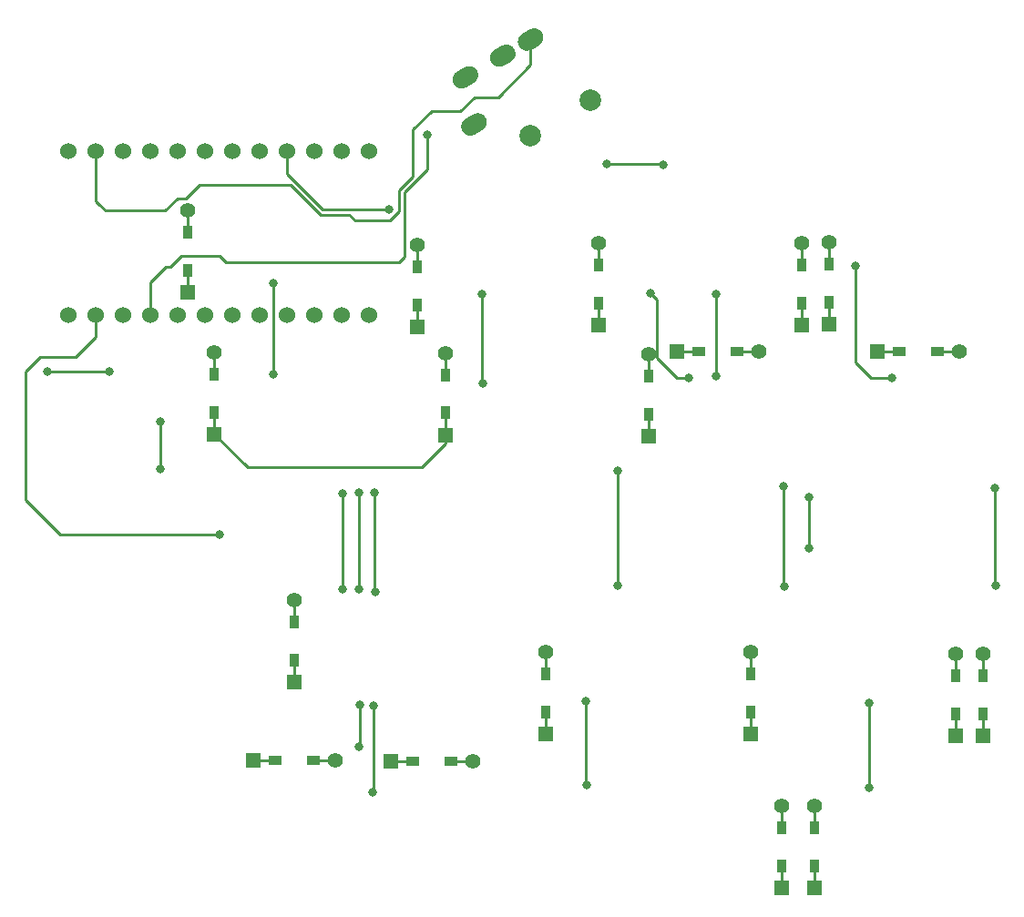
<source format=gbr>
G04 #@! TF.GenerationSoftware,KiCad,Pcbnew,(5.1.6-0-10_14)*
G04 #@! TF.CreationDate,2022-05-16T21:02:00+09:00*
G04 #@! TF.ProjectId,cool936,636f6f6c-3933-4362-9e6b-696361645f70,rev?*
G04 #@! TF.SameCoordinates,Original*
G04 #@! TF.FileFunction,Copper,L1,Top*
G04 #@! TF.FilePolarity,Positive*
%FSLAX46Y46*%
G04 Gerber Fmt 4.6, Leading zero omitted, Abs format (unit mm)*
G04 Created by KiCad (PCBNEW (5.1.6-0-10_14)) date 2022-05-16 21:02:00*
%MOMM*%
%LPD*%
G01*
G04 APERTURE LIST*
G04 #@! TA.AperFunction,SMDPad,CuDef*
%ADD10R,0.950000X1.300000*%
G04 #@! TD*
G04 #@! TA.AperFunction,ComponentPad*
%ADD11C,1.397000*%
G04 #@! TD*
G04 #@! TA.AperFunction,ComponentPad*
%ADD12R,1.397000X1.397000*%
G04 #@! TD*
G04 #@! TA.AperFunction,SMDPad,CuDef*
%ADD13R,1.300000X0.950000*%
G04 #@! TD*
G04 #@! TA.AperFunction,ComponentPad*
%ADD14C,1.524000*%
G04 #@! TD*
G04 #@! TA.AperFunction,ComponentPad*
%ADD15C,2.000000*%
G04 #@! TD*
G04 #@! TA.AperFunction,ViaPad*
%ADD16C,0.800000*%
G04 #@! TD*
G04 #@! TA.AperFunction,Conductor*
%ADD17C,0.250000*%
G04 #@! TD*
G04 APERTURE END LIST*
D10*
X39350000Y-12745000D03*
D11*
X39350000Y-10710000D03*
D12*
X39350000Y-18330000D03*
D10*
X39350000Y-16295000D03*
X46790000Y-35765000D03*
D11*
X46790000Y-33730000D03*
D12*
X46790000Y-41350000D03*
D10*
X46790000Y-39315000D03*
X95100000Y-54905000D03*
D11*
X95100000Y-52870000D03*
D12*
X95100000Y-60490000D03*
D10*
X95100000Y-58455000D03*
X92090000Y-54905000D03*
D11*
X92090000Y-52870000D03*
D12*
X92090000Y-60490000D03*
D10*
X92090000Y-58455000D03*
X89230000Y-40645000D03*
D11*
X89230000Y-38610000D03*
D12*
X89230000Y-46230000D03*
D10*
X89230000Y-44195000D03*
X108220000Y-40795000D03*
D11*
X108220000Y-38760000D03*
D12*
X108220000Y-46380000D03*
D10*
X108220000Y-44345000D03*
X110750000Y-44375000D03*
D12*
X110750000Y-46410000D03*
D11*
X110750000Y-38790000D03*
D10*
X110750000Y-40825000D03*
D13*
X48555000Y-48660000D03*
D11*
X50590000Y-48660000D03*
D12*
X42970000Y-48660000D03*
D13*
X45005000Y-48660000D03*
X61305000Y-48730000D03*
D11*
X63340000Y-48730000D03*
D12*
X55720000Y-48730000D03*
D13*
X57755000Y-48730000D03*
D10*
X36880000Y435000D03*
D11*
X36880000Y2470000D03*
D12*
X36880000Y-5150000D03*
D10*
X36880000Y-3115000D03*
D14*
X25772000Y7991400D03*
X28312000Y7991400D03*
X30852000Y7991400D03*
X33392000Y7991400D03*
X35932000Y7991400D03*
X38472000Y7991400D03*
X41012000Y7991400D03*
X43552000Y7991400D03*
X46092000Y7991400D03*
X48632000Y7991400D03*
X51172000Y7991400D03*
X53712000Y7991400D03*
X53712000Y-7228600D03*
X51172000Y-7228600D03*
X48632000Y-7228600D03*
X46092000Y-7228600D03*
X43552000Y-7228600D03*
X41012000Y-7228600D03*
X38472000Y-7228600D03*
X35932000Y-7228600D03*
X33392000Y-7228600D03*
X30852000Y-7228600D03*
X28312000Y-7228600D03*
X25772000Y-7228600D03*
G04 #@! TA.AperFunction,ComponentPad*
G36*
G01*
X69513526Y17822531D02*
X68820706Y17422531D01*
G75*
G02*
X67659584Y17733653I-425000J736122D01*
G01*
X67659584Y17733653D01*
G75*
G02*
X67970706Y18894775I736122J425000D01*
G01*
X68663526Y19294775D01*
G75*
G02*
X69824648Y18983653I425000J-736122D01*
G01*
X69824648Y18983653D01*
G75*
G02*
X69513526Y17822531I-736122J-425000D01*
G01*
G37*
G04 #@! TD.AperFunction*
G04 #@! TA.AperFunction,ComponentPad*
G36*
G01*
X66915450Y16322531D02*
X66222630Y15922531D01*
G75*
G02*
X65061508Y16233653I-425000J736122D01*
G01*
X65061508Y16233653D01*
G75*
G02*
X65372630Y17394775I736122J425000D01*
G01*
X66065450Y17794775D01*
G75*
G02*
X67226572Y17483653I425000J-736122D01*
G01*
X67226572Y17483653D01*
G75*
G02*
X66915450Y16322531I-736122J-425000D01*
G01*
G37*
G04 #@! TD.AperFunction*
G04 #@! TA.AperFunction,ComponentPad*
G36*
G01*
X63451348Y14322531D02*
X62758528Y13922531D01*
G75*
G02*
X61597406Y14233653I-425000J736122D01*
G01*
X61597406Y14233653D01*
G75*
G02*
X61908528Y15394775I736122J425000D01*
G01*
X62601348Y15794775D01*
G75*
G02*
X63762470Y15483653I425000J-736122D01*
G01*
X63762470Y15483653D01*
G75*
G02*
X63451348Y14322531I-736122J-425000D01*
G01*
G37*
G04 #@! TD.AperFunction*
G04 #@! TA.AperFunction,ComponentPad*
G36*
G01*
X64252310Y9935225D02*
X63559490Y9535225D01*
G75*
G02*
X62398368Y9846347I-425000J736122D01*
G01*
X62398368Y9846347D01*
G75*
G02*
X62709490Y11007469I736122J425000D01*
G01*
X63402310Y11407469D01*
G75*
G02*
X64563432Y11096347I425000J-736122D01*
G01*
X64563432Y11096347D01*
G75*
G02*
X64252310Y9935225I-736122J-425000D01*
G01*
G37*
G04 #@! TD.AperFunction*
D10*
X79720000Y-12955000D03*
D11*
X79720000Y-10920000D03*
D12*
X79720000Y-18540000D03*
D10*
X79720000Y-16505000D03*
X60810000Y-12805000D03*
D11*
X60810000Y-10770000D03*
D12*
X60810000Y-18390000D03*
D10*
X60810000Y-16355000D03*
D15*
X74324583Y12685000D03*
X68695417Y9435000D03*
D10*
X93900000Y-2625000D03*
D11*
X93900000Y-590000D03*
D12*
X93900000Y-8210000D03*
D10*
X93900000Y-6175000D03*
D13*
X87925000Y-10620000D03*
D11*
X89960000Y-10620000D03*
D12*
X82340000Y-10620000D03*
D13*
X84375000Y-10620000D03*
X102965000Y-10620000D03*
D12*
X100930000Y-10620000D03*
D11*
X108550000Y-10620000D03*
D13*
X106515000Y-10620000D03*
D10*
X70160000Y-40605000D03*
D11*
X70160000Y-38570000D03*
D12*
X70160000Y-46190000D03*
D10*
X70160000Y-44155000D03*
X58200000Y-2735000D03*
D11*
X58200000Y-700000D03*
D12*
X58200000Y-8320000D03*
D10*
X58200000Y-6285000D03*
X75040000Y-2595000D03*
D11*
X75040000Y-560000D03*
D12*
X75040000Y-8180000D03*
D10*
X75040000Y-6145000D03*
X96480000Y-2535000D03*
D11*
X96480000Y-500000D03*
D12*
X96480000Y-8120000D03*
D10*
X96480000Y-6085000D03*
D16*
X51270000Y-32720000D03*
X51230000Y-23860000D03*
X52870000Y-43480000D03*
X52820000Y-47370000D03*
X52790000Y-23800000D03*
X52790000Y-32720000D03*
X39810000Y-27680000D03*
X94640000Y-28970000D03*
X94640000Y-24170000D03*
X85960000Y-12940000D03*
X85960000Y-5340000D03*
X34320000Y-17200000D03*
X34320000Y-21550000D03*
X59140000Y9550000D03*
X29600000Y-12530000D03*
X23871000Y-12529000D03*
X54130000Y-43540000D03*
X54220000Y-23800000D03*
X54270000Y-32970000D03*
X44790000Y-4250000D03*
X44840000Y-12780000D03*
X54070000Y-51600000D03*
X76800000Y-21700000D03*
X76870000Y-32410000D03*
X64290000Y-13600000D03*
X64220000Y-5290000D03*
X55590000Y2540000D03*
X73960000Y-50910000D03*
X73900000Y-43150000D03*
X100240000Y-51190000D03*
X83420000Y-13130000D03*
X100240000Y-43320000D03*
X92300000Y-32490000D03*
X92240000Y-23210000D03*
X79900000Y-5250000D03*
X81040000Y6730000D03*
X75850000Y6760000D03*
X111920000Y-23310000D03*
X102290000Y-13110000D03*
X98950000Y-2670000D03*
X111940000Y-32410000D03*
D17*
X36880000Y2470000D02*
X36880000Y435000D01*
X36880000Y2230000D02*
X36880000Y195000D01*
X58200000Y-700000D02*
X58200000Y-2735000D01*
X75040000Y-560000D02*
X75040000Y-2595000D01*
X93900000Y-590000D02*
X93900000Y-2625000D01*
X96480000Y-500000D02*
X96480000Y-2535000D01*
X60810000Y-10770000D02*
X60810000Y-12805000D01*
X79720000Y-10920000D02*
X79720000Y-12955000D01*
X89960000Y-10620000D02*
X87925000Y-10620000D01*
X106515000Y-10620000D02*
X108550000Y-10620000D01*
X70160000Y-38570000D02*
X70160000Y-40605000D01*
X89230000Y-38610000D02*
X89230000Y-40645000D01*
X108220000Y-38760000D02*
X108220000Y-40795000D01*
X110750000Y-40825000D02*
X110750000Y-38790000D01*
X50590000Y-48660000D02*
X48555000Y-48660000D01*
X61305000Y-48730000D02*
X63340000Y-48730000D01*
X92090000Y-54905000D02*
X92090000Y-52870000D01*
X39350000Y-10710000D02*
X39350000Y-12745000D01*
X46790000Y-33730000D02*
X46790000Y-35765000D01*
X95100000Y-52870000D02*
X95100000Y-54905000D01*
X75040000Y-6145000D02*
X75040000Y-8180000D01*
X93900000Y-6175000D02*
X93900000Y-8210000D01*
X36880000Y-3355000D02*
X36880000Y-5390000D01*
X96480000Y-6085000D02*
X96480000Y-8120000D01*
X58200000Y-6285000D02*
X58200000Y-8320000D01*
X36880000Y-5150000D02*
X36880000Y-3115000D01*
X39350000Y-18330000D02*
X42445001Y-21425001D01*
X60810000Y-19230000D02*
X60810000Y-18390000D01*
X42445001Y-21425001D02*
X58614999Y-21425001D01*
X60810000Y-16355000D02*
X60810000Y-18390000D01*
X39350000Y-16295000D02*
X39350000Y-18330000D01*
X79720000Y-16505000D02*
X79720000Y-18540000D01*
X58614999Y-21425001D02*
X60810000Y-19230000D01*
X100930000Y-10620000D02*
X102965000Y-10620000D01*
X84375000Y-10620000D02*
X82340000Y-10620000D01*
X51270000Y-32720000D02*
X51270000Y-23900000D01*
X46790000Y-39315000D02*
X46790000Y-41350000D01*
X70160000Y-44155000D02*
X70160000Y-46190000D01*
X108220000Y-44345000D02*
X108220000Y-46380000D01*
X89230000Y-44195000D02*
X89230000Y-46230000D01*
X110750000Y-46410000D02*
X110750000Y-44375000D01*
X51270000Y-23900000D02*
X51230000Y-23860000D01*
X45005000Y-48660000D02*
X42970000Y-48660000D01*
X95100000Y-58455000D02*
X95100000Y-60490000D01*
X52790000Y-23800000D02*
X52790000Y-32720000D01*
X55720000Y-48730000D02*
X57755000Y-48730000D01*
X52870000Y-43480000D02*
X52870000Y-47320000D01*
X92090000Y-60490000D02*
X92090000Y-58455000D01*
X52870000Y-47320000D02*
X52820000Y-47370000D01*
X49203599Y2089991D02*
X46428589Y4865001D01*
X35942999Y3592999D02*
X34790000Y2440000D01*
X56529990Y2406988D02*
X55683002Y1560000D01*
X65732785Y13014999D02*
X63524999Y13014999D01*
X46428589Y4865001D02*
X38000219Y4865001D01*
X62220000Y11710000D02*
X59520000Y11710000D01*
X57790000Y9980000D02*
X57790000Y5616410D01*
X68742116Y16024330D02*
X65732785Y13014999D01*
X63524999Y13014999D02*
X62220000Y11710000D01*
X68742116Y18358653D02*
X68742116Y16024330D01*
X28312000Y3348000D02*
X28635000Y3025000D01*
X51880010Y2089990D02*
X49203599Y2089991D01*
X28635000Y3025000D02*
X28392000Y3268000D01*
X57790000Y5616410D02*
X56529990Y4356400D01*
X59520000Y11710000D02*
X57790000Y9980000D01*
X36728217Y3592999D02*
X35942999Y3592999D01*
X52410000Y1560000D02*
X51880010Y2089990D01*
X38000219Y4865001D02*
X36728217Y3592999D01*
X55683002Y1560000D02*
X52410000Y1560000D01*
X29220000Y2440000D02*
X28635000Y3025000D01*
X28312000Y7991400D02*
X28312000Y3348000D01*
X56529990Y4356400D02*
X56529990Y2406988D01*
X34790000Y2440000D02*
X29220000Y2440000D01*
X23190000Y-11170000D02*
X21820000Y-12540000D01*
X26470000Y-11170000D02*
X23190000Y-11170000D01*
X21820000Y-12540000D02*
X21820000Y-24450000D01*
X25050000Y-27680000D02*
X39810000Y-27680000D01*
X28312000Y-7228600D02*
X28312000Y-9328000D01*
X21820000Y-24450000D02*
X25050000Y-27680000D01*
X28312000Y-9328000D02*
X26470000Y-11170000D01*
X85960000Y-5340000D02*
X85960000Y-12940000D01*
X94640000Y-24170000D02*
X94640000Y-28970000D01*
X34320000Y-21550000D02*
X34320000Y-17200000D01*
X35220000Y-2800000D02*
X36300000Y-1720000D01*
X34820000Y-2800000D02*
X35220000Y-2800000D01*
X34820000Y-2800000D02*
X34110000Y-3510000D01*
X56481099Y-2318901D02*
X40398901Y-2318901D01*
X39800000Y-1720000D02*
X40398901Y-2318901D01*
X36300000Y-1720000D02*
X39800000Y-1720000D01*
X56980000Y-1820000D02*
X56481099Y-2318901D01*
X56980000Y4170000D02*
X56980000Y-1820000D01*
X59140000Y6330000D02*
X56980000Y4170000D01*
X59140000Y9550000D02*
X59140000Y6330000D01*
X34110000Y-3510000D02*
X33472000Y-4148000D01*
X33392000Y-4228000D02*
X34110000Y-3510000D01*
X33392000Y-7228600D02*
X33392000Y-4228000D01*
X29600000Y-12530000D02*
X23872000Y-12530000D01*
X23872000Y-12530000D02*
X23871000Y-12529000D01*
X54130000Y-43540000D02*
X54130000Y-51540000D01*
X54130000Y-51540000D02*
X54070000Y-51600000D01*
X44810000Y-9620000D02*
X44810000Y-4990000D01*
X54220000Y-23800000D02*
X54220000Y-32920000D01*
X54220000Y-32920000D02*
X54270000Y-32970000D01*
X44810000Y-4990000D02*
X44810000Y-4270000D01*
X44810000Y-4270000D02*
X44790000Y-4250000D01*
X44810000Y-9620000D02*
X44810000Y-12750000D01*
X44810000Y-12750000D02*
X44840000Y-12780000D01*
X76800000Y-21700000D02*
X76800000Y-23120000D01*
X76800000Y-32340000D02*
X76870000Y-32410000D01*
X76800000Y-21700000D02*
X76800000Y-32340000D01*
X46355000Y5575000D02*
X46172000Y5758000D01*
X46092000Y5838000D02*
X46355000Y5575000D01*
X64220000Y-5290000D02*
X64220000Y-13530000D01*
X73900000Y-50850000D02*
X73960000Y-50910000D01*
X73900000Y-43150000D02*
X73900000Y-50850000D01*
X49390000Y2540000D02*
X46355000Y5575000D01*
X64220000Y-13530000D02*
X64290000Y-13600000D01*
X55590000Y2540000D02*
X49390000Y2540000D01*
X46092000Y7991400D02*
X46092000Y5838000D01*
X80490000Y-5840000D02*
X80490000Y-11260000D01*
X82360000Y-13130000D02*
X83420000Y-13130000D01*
X100240000Y-43320000D02*
X100240000Y-51190000D01*
X79900000Y-5250000D02*
X80490000Y-5840000D01*
X80490000Y-11260000D02*
X82360000Y-13130000D01*
X92240000Y-23210000D02*
X92240000Y-32430000D01*
X92240000Y-32430000D02*
X92300000Y-32490000D01*
X100400000Y-13110000D02*
X102290000Y-13110000D01*
X98950000Y-5330000D02*
X98950000Y-11660000D01*
X98950000Y-5330000D02*
X98950000Y-2670000D01*
X111920000Y-23310000D02*
X111920000Y-32390000D01*
X111920000Y-32390000D02*
X111940000Y-32410000D01*
X75850000Y6760000D02*
X81010000Y6760000D01*
X81010000Y6760000D02*
X81040000Y6730000D01*
X98950000Y-11660000D02*
X100400000Y-13110000D01*
M02*

</source>
